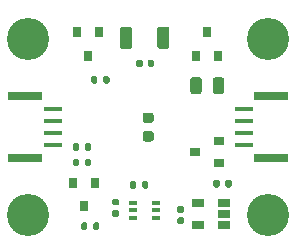
<source format=gbr>
%TF.GenerationSoftware,KiCad,Pcbnew,5.1.7-a382d34a8~87~ubuntu18.04.1*%
%TF.CreationDate,2021-11-08T07:30:38-08:00*%
%TF.ProjectId,i2c_led,6932635f-6c65-4642-9e6b-696361645f70,rev?*%
%TF.SameCoordinates,Original*%
%TF.FileFunction,Soldermask,Top*%
%TF.FilePolarity,Negative*%
%FSLAX46Y46*%
G04 Gerber Fmt 4.6, Leading zero omitted, Abs format (unit mm)*
G04 Created by KiCad (PCBNEW 5.1.7-a382d34a8~87~ubuntu18.04.1) date 2021-11-08 07:30:38*
%MOMM*%
%LPD*%
G01*
G04 APERTURE LIST*
%ADD10R,3.000000X0.800000*%
%ADD11R,1.600000X0.400000*%
%ADD12C,3.570000*%
%ADD13R,0.900000X0.800000*%
%ADD14R,0.800000X0.900000*%
%ADD15R,0.650000X0.400000*%
%ADD16R,1.060000X0.650000*%
G04 APERTURE END LIST*
D10*
%TO.C,J1*%
X52300000Y-62650000D03*
X52300000Y-57350000D03*
D11*
X54625000Y-61500000D03*
X54625000Y-60500000D03*
X54625000Y-59500000D03*
X54625000Y-58500000D03*
%TD*%
D10*
%TO.C,J2*%
X73100000Y-57350000D03*
X73100000Y-62650000D03*
D11*
X70775000Y-58500000D03*
X70775000Y-59500000D03*
X70775000Y-60500000D03*
X70775000Y-61500000D03*
%TD*%
D12*
%TO.C,M4*%
X52540000Y-67460000D03*
%TD*%
%TO.C,M3*%
X72860000Y-67460000D03*
%TD*%
%TO.C,M2*%
X72860000Y-52540000D03*
%TD*%
%TO.C,M1*%
X52540000Y-52540000D03*
%TD*%
%TO.C,C4*%
G36*
G01*
X69150000Y-56025000D02*
X69150000Y-56975000D01*
G75*
G02*
X68900000Y-57225000I-250000J0D01*
G01*
X68400000Y-57225000D01*
G75*
G02*
X68150000Y-56975000I0J250000D01*
G01*
X68150000Y-56025000D01*
G75*
G02*
X68400000Y-55775000I250000J0D01*
G01*
X68900000Y-55775000D01*
G75*
G02*
X69150000Y-56025000I0J-250000D01*
G01*
G37*
G36*
G01*
X67250000Y-56025000D02*
X67250000Y-56975000D01*
G75*
G02*
X67000000Y-57225000I-250000J0D01*
G01*
X66500000Y-57225000D01*
G75*
G02*
X66250000Y-56975000I0J250000D01*
G01*
X66250000Y-56025000D01*
G75*
G02*
X66500000Y-55775000I250000J0D01*
G01*
X67000000Y-55775000D01*
G75*
G02*
X67250000Y-56025000I0J-250000D01*
G01*
G37*
%TD*%
%TO.C,D1*%
G36*
G01*
X62956250Y-61225000D02*
X62443750Y-61225000D01*
G75*
G02*
X62225000Y-61006250I0J218750D01*
G01*
X62225000Y-60568750D01*
G75*
G02*
X62443750Y-60350000I218750J0D01*
G01*
X62956250Y-60350000D01*
G75*
G02*
X63175000Y-60568750I0J-218750D01*
G01*
X63175000Y-61006250D01*
G75*
G02*
X62956250Y-61225000I-218750J0D01*
G01*
G37*
G36*
G01*
X62956250Y-59650000D02*
X62443750Y-59650000D01*
G75*
G02*
X62225000Y-59431250I0J218750D01*
G01*
X62225000Y-58993750D01*
G75*
G02*
X62443750Y-58775000I218750J0D01*
G01*
X62956250Y-58775000D01*
G75*
G02*
X63175000Y-58993750I0J-218750D01*
G01*
X63175000Y-59431250D01*
G75*
G02*
X62956250Y-59650000I-218750J0D01*
G01*
G37*
%TD*%
%TO.C,L1*%
G36*
G01*
X60300000Y-53150001D02*
X60300000Y-51749999D01*
G75*
G02*
X60549999Y-51500000I249999J0D01*
G01*
X61100001Y-51500000D01*
G75*
G02*
X61350000Y-51749999I0J-249999D01*
G01*
X61350000Y-53150001D01*
G75*
G02*
X61100001Y-53400000I-249999J0D01*
G01*
X60549999Y-53400000D01*
G75*
G02*
X60300000Y-53150001I0J249999D01*
G01*
G37*
G36*
G01*
X63450000Y-53150001D02*
X63450000Y-51749999D01*
G75*
G02*
X63699999Y-51500000I249999J0D01*
G01*
X64250001Y-51500000D01*
G75*
G02*
X64500000Y-51749999I0J-249999D01*
G01*
X64500000Y-53150001D01*
G75*
G02*
X64250001Y-53400000I-249999J0D01*
G01*
X63699999Y-53400000D01*
G75*
G02*
X63450000Y-53150001I0J249999D01*
G01*
G37*
%TD*%
D13*
%TO.C,Q1*%
X66700000Y-62100000D03*
X68700000Y-61150000D03*
X68700000Y-63050000D03*
%TD*%
D14*
%TO.C,Q2*%
X58550000Y-51950000D03*
X56650000Y-51950000D03*
X57600000Y-53950000D03*
%TD*%
%TO.C,Q3*%
X57250000Y-66700000D03*
X56300000Y-64700000D03*
X58200000Y-64700000D03*
%TD*%
D15*
%TO.C,U1*%
X63350000Y-66400000D03*
X63350000Y-67700000D03*
X61450000Y-67050000D03*
X63350000Y-67050000D03*
X61450000Y-67700000D03*
X61450000Y-66400000D03*
%TD*%
D14*
%TO.C,U2*%
X66750000Y-53950000D03*
X68650000Y-53950000D03*
X67700000Y-51950000D03*
%TD*%
D16*
%TO.C,U3*%
X69100000Y-68300000D03*
X69100000Y-67350000D03*
X69100000Y-66400000D03*
X66900000Y-66400000D03*
X66900000Y-68300000D03*
%TD*%
%TO.C,C1*%
G36*
G01*
X61690000Y-54770000D02*
X61690000Y-54430000D01*
G75*
G02*
X61830000Y-54290000I140000J0D01*
G01*
X62110000Y-54290000D01*
G75*
G02*
X62250000Y-54430000I0J-140000D01*
G01*
X62250000Y-54770000D01*
G75*
G02*
X62110000Y-54910000I-140000J0D01*
G01*
X61830000Y-54910000D01*
G75*
G02*
X61690000Y-54770000I0J140000D01*
G01*
G37*
G36*
G01*
X62650000Y-54770000D02*
X62650000Y-54430000D01*
G75*
G02*
X62790000Y-54290000I140000J0D01*
G01*
X63070000Y-54290000D01*
G75*
G02*
X63210000Y-54430000I0J-140000D01*
G01*
X63210000Y-54770000D01*
G75*
G02*
X63070000Y-54910000I-140000J0D01*
G01*
X62790000Y-54910000D01*
G75*
G02*
X62650000Y-54770000I0J140000D01*
G01*
G37*
%TD*%
%TO.C,C2*%
G36*
G01*
X59780000Y-67030000D02*
X60120000Y-67030000D01*
G75*
G02*
X60260000Y-67170000I0J-140000D01*
G01*
X60260000Y-67450000D01*
G75*
G02*
X60120000Y-67590000I-140000J0D01*
G01*
X59780000Y-67590000D01*
G75*
G02*
X59640000Y-67450000I0J140000D01*
G01*
X59640000Y-67170000D01*
G75*
G02*
X59780000Y-67030000I140000J0D01*
G01*
G37*
G36*
G01*
X59780000Y-66070000D02*
X60120000Y-66070000D01*
G75*
G02*
X60260000Y-66210000I0J-140000D01*
G01*
X60260000Y-66490000D01*
G75*
G02*
X60120000Y-66630000I-140000J0D01*
G01*
X59780000Y-66630000D01*
G75*
G02*
X59640000Y-66490000I0J140000D01*
G01*
X59640000Y-66210000D01*
G75*
G02*
X59780000Y-66070000I140000J0D01*
G01*
G37*
%TD*%
%TO.C,C3*%
G36*
G01*
X65620000Y-67250000D02*
X65280000Y-67250000D01*
G75*
G02*
X65140000Y-67110000I0J140000D01*
G01*
X65140000Y-66830000D01*
G75*
G02*
X65280000Y-66690000I140000J0D01*
G01*
X65620000Y-66690000D01*
G75*
G02*
X65760000Y-66830000I0J-140000D01*
G01*
X65760000Y-67110000D01*
G75*
G02*
X65620000Y-67250000I-140000J0D01*
G01*
G37*
G36*
G01*
X65620000Y-68210000D02*
X65280000Y-68210000D01*
G75*
G02*
X65140000Y-68070000I0J140000D01*
G01*
X65140000Y-67790000D01*
G75*
G02*
X65280000Y-67650000I140000J0D01*
G01*
X65620000Y-67650000D01*
G75*
G02*
X65760000Y-67790000I0J-140000D01*
G01*
X65760000Y-68070000D01*
G75*
G02*
X65620000Y-68210000I-140000J0D01*
G01*
G37*
%TD*%
%TO.C,R1*%
G36*
G01*
X62190000Y-65085000D02*
X62190000Y-64715000D01*
G75*
G02*
X62325000Y-64580000I135000J0D01*
G01*
X62595000Y-64580000D01*
G75*
G02*
X62730000Y-64715000I0J-135000D01*
G01*
X62730000Y-65085000D01*
G75*
G02*
X62595000Y-65220000I-135000J0D01*
G01*
X62325000Y-65220000D01*
G75*
G02*
X62190000Y-65085000I0J135000D01*
G01*
G37*
G36*
G01*
X61170000Y-65085000D02*
X61170000Y-64715000D01*
G75*
G02*
X61305000Y-64580000I135000J0D01*
G01*
X61575000Y-64580000D01*
G75*
G02*
X61710000Y-64715000I0J-135000D01*
G01*
X61710000Y-65085000D01*
G75*
G02*
X61575000Y-65220000I-135000J0D01*
G01*
X61305000Y-65220000D01*
G75*
G02*
X61170000Y-65085000I0J135000D01*
G01*
G37*
%TD*%
%TO.C,R2*%
G36*
G01*
X68220000Y-64985000D02*
X68220000Y-64615000D01*
G75*
G02*
X68355000Y-64480000I135000J0D01*
G01*
X68625000Y-64480000D01*
G75*
G02*
X68760000Y-64615000I0J-135000D01*
G01*
X68760000Y-64985000D01*
G75*
G02*
X68625000Y-65120000I-135000J0D01*
G01*
X68355000Y-65120000D01*
G75*
G02*
X68220000Y-64985000I0J135000D01*
G01*
G37*
G36*
G01*
X69240000Y-64985000D02*
X69240000Y-64615000D01*
G75*
G02*
X69375000Y-64480000I135000J0D01*
G01*
X69645000Y-64480000D01*
G75*
G02*
X69780000Y-64615000I0J-135000D01*
G01*
X69780000Y-64985000D01*
G75*
G02*
X69645000Y-65120000I-135000J0D01*
G01*
X69375000Y-65120000D01*
G75*
G02*
X69240000Y-64985000I0J135000D01*
G01*
G37*
%TD*%
%TO.C,R3*%
G36*
G01*
X57880000Y-61515000D02*
X57880000Y-61885000D01*
G75*
G02*
X57745000Y-62020000I-135000J0D01*
G01*
X57475000Y-62020000D01*
G75*
G02*
X57340000Y-61885000I0J135000D01*
G01*
X57340000Y-61515000D01*
G75*
G02*
X57475000Y-61380000I135000J0D01*
G01*
X57745000Y-61380000D01*
G75*
G02*
X57880000Y-61515000I0J-135000D01*
G01*
G37*
G36*
G01*
X56860000Y-61515000D02*
X56860000Y-61885000D01*
G75*
G02*
X56725000Y-62020000I-135000J0D01*
G01*
X56455000Y-62020000D01*
G75*
G02*
X56320000Y-61885000I0J135000D01*
G01*
X56320000Y-61515000D01*
G75*
G02*
X56455000Y-61380000I135000J0D01*
G01*
X56725000Y-61380000D01*
G75*
G02*
X56860000Y-61515000I0J-135000D01*
G01*
G37*
%TD*%
%TO.C,R4*%
G36*
G01*
X56860000Y-62815000D02*
X56860000Y-63185000D01*
G75*
G02*
X56725000Y-63320000I-135000J0D01*
G01*
X56455000Y-63320000D01*
G75*
G02*
X56320000Y-63185000I0J135000D01*
G01*
X56320000Y-62815000D01*
G75*
G02*
X56455000Y-62680000I135000J0D01*
G01*
X56725000Y-62680000D01*
G75*
G02*
X56860000Y-62815000I0J-135000D01*
G01*
G37*
G36*
G01*
X57880000Y-62815000D02*
X57880000Y-63185000D01*
G75*
G02*
X57745000Y-63320000I-135000J0D01*
G01*
X57475000Y-63320000D01*
G75*
G02*
X57340000Y-63185000I0J135000D01*
G01*
X57340000Y-62815000D01*
G75*
G02*
X57475000Y-62680000I135000J0D01*
G01*
X57745000Y-62680000D01*
G75*
G02*
X57880000Y-62815000I0J-135000D01*
G01*
G37*
%TD*%
%TO.C,R5*%
G36*
G01*
X58580000Y-68215000D02*
X58580000Y-68585000D01*
G75*
G02*
X58445000Y-68720000I-135000J0D01*
G01*
X58175000Y-68720000D01*
G75*
G02*
X58040000Y-68585000I0J135000D01*
G01*
X58040000Y-68215000D01*
G75*
G02*
X58175000Y-68080000I135000J0D01*
G01*
X58445000Y-68080000D01*
G75*
G02*
X58580000Y-68215000I0J-135000D01*
G01*
G37*
G36*
G01*
X57560000Y-68215000D02*
X57560000Y-68585000D01*
G75*
G02*
X57425000Y-68720000I-135000J0D01*
G01*
X57155000Y-68720000D01*
G75*
G02*
X57020000Y-68585000I0J135000D01*
G01*
X57020000Y-68215000D01*
G75*
G02*
X57155000Y-68080000I135000J0D01*
G01*
X57425000Y-68080000D01*
G75*
G02*
X57560000Y-68215000I0J-135000D01*
G01*
G37*
%TD*%
%TO.C,R6*%
G36*
G01*
X58410000Y-55815000D02*
X58410000Y-56185000D01*
G75*
G02*
X58275000Y-56320000I-135000J0D01*
G01*
X58005000Y-56320000D01*
G75*
G02*
X57870000Y-56185000I0J135000D01*
G01*
X57870000Y-55815000D01*
G75*
G02*
X58005000Y-55680000I135000J0D01*
G01*
X58275000Y-55680000D01*
G75*
G02*
X58410000Y-55815000I0J-135000D01*
G01*
G37*
G36*
G01*
X59430000Y-55815000D02*
X59430000Y-56185000D01*
G75*
G02*
X59295000Y-56320000I-135000J0D01*
G01*
X59025000Y-56320000D01*
G75*
G02*
X58890000Y-56185000I0J135000D01*
G01*
X58890000Y-55815000D01*
G75*
G02*
X59025000Y-55680000I135000J0D01*
G01*
X59295000Y-55680000D01*
G75*
G02*
X59430000Y-55815000I0J-135000D01*
G01*
G37*
%TD*%
M02*

</source>
